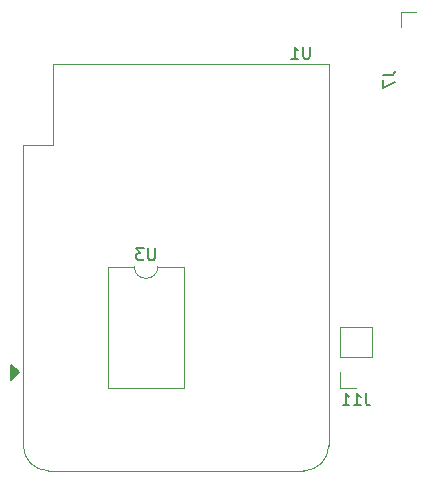
<source format=gbr>
G04 #@! TF.GenerationSoftware,KiCad,Pcbnew,5.1.4+dfsg1-1*
G04 #@! TF.CreationDate,2019-10-31T22:05:16+07:00*
G04 #@! TF.ProjectId,myFarm,6d794661-726d-42e6-9b69-6361645f7063,rev?*
G04 #@! TF.SameCoordinates,Original*
G04 #@! TF.FileFunction,Legend,Bot*
G04 #@! TF.FilePolarity,Positive*
%FSLAX46Y46*%
G04 Gerber Fmt 4.6, Leading zero omitted, Abs format (unit mm)*
G04 Created by KiCad (PCBNEW 5.1.4+dfsg1-1) date 2019-10-31 22:05:16*
%MOMM*%
%LPD*%
G04 APERTURE LIST*
%ADD10C,0.120000*%
%ADD11C,0.150000*%
G04 APERTURE END LIST*
D10*
X102810000Y-87690000D02*
X104140000Y-87690000D01*
X102810000Y-86360000D02*
X102810000Y-87690000D01*
X102810000Y-85090000D02*
X105470000Y-85090000D01*
X105470000Y-85090000D02*
X105470000Y-82490000D01*
X102810000Y-85090000D02*
X102810000Y-82490000D01*
X102810000Y-82490000D02*
X105470000Y-82490000D01*
X83125000Y-77410000D02*
X85360000Y-77410000D01*
X83125000Y-87690000D02*
X83125000Y-77410000D01*
X89595000Y-87690000D02*
X83125000Y-87690000D01*
X89595000Y-77410000D02*
X89595000Y-87690000D01*
X87360000Y-77410000D02*
X89595000Y-77410000D01*
X85360000Y-77410000D02*
G75*
G03X87360000Y-77410000I1000000J0D01*
G01*
X78510000Y-60240000D02*
X101830000Y-60240000D01*
X75970000Y-67140000D02*
X75970000Y-92570000D01*
X101830000Y-60240000D02*
X101830000Y-92570000D01*
X99710000Y-94700000D02*
X78100000Y-94700000D01*
D11*
G36*
X74930000Y-86995000D02*
G01*
X74930000Y-85725000D01*
X75565000Y-86360000D01*
X74930000Y-86995000D01*
G37*
X74930000Y-86995000D02*
X74930000Y-85725000D01*
X75565000Y-86360000D01*
X74930000Y-86995000D01*
D10*
X75970000Y-67140000D02*
X78510000Y-67140000D01*
X78510000Y-67140000D02*
X78510000Y-60240000D01*
X75970000Y-92570000D02*
G75*
G03X78100000Y-94700000I2130000J0D01*
G01*
X99700000Y-94700000D02*
G75*
G03X101830000Y-92570000I0J2130000D01*
G01*
X109220000Y-55880000D02*
X107950000Y-55880000D01*
X107950000Y-55880000D02*
X107950000Y-57150000D01*
D11*
X104949523Y-88142380D02*
X104949523Y-88856666D01*
X104997142Y-88999523D01*
X105092380Y-89094761D01*
X105235238Y-89142380D01*
X105330476Y-89142380D01*
X103949523Y-89142380D02*
X104520952Y-89142380D01*
X104235238Y-89142380D02*
X104235238Y-88142380D01*
X104330476Y-88285238D01*
X104425714Y-88380476D01*
X104520952Y-88428095D01*
X102997142Y-89142380D02*
X103568571Y-89142380D01*
X103282857Y-89142380D02*
X103282857Y-88142380D01*
X103378095Y-88285238D01*
X103473333Y-88380476D01*
X103568571Y-88428095D01*
X87121904Y-75862380D02*
X87121904Y-76671904D01*
X87074285Y-76767142D01*
X87026666Y-76814761D01*
X86931428Y-76862380D01*
X86740952Y-76862380D01*
X86645714Y-76814761D01*
X86598095Y-76767142D01*
X86550476Y-76671904D01*
X86550476Y-75862380D01*
X86169523Y-75862380D02*
X85550476Y-75862380D01*
X85883809Y-76243333D01*
X85740952Y-76243333D01*
X85645714Y-76290952D01*
X85598095Y-76338571D01*
X85550476Y-76433809D01*
X85550476Y-76671904D01*
X85598095Y-76767142D01*
X85645714Y-76814761D01*
X85740952Y-76862380D01*
X86026666Y-76862380D01*
X86121904Y-76814761D01*
X86169523Y-76767142D01*
X100231904Y-58812380D02*
X100231904Y-59621904D01*
X100184285Y-59717142D01*
X100136666Y-59764761D01*
X100041428Y-59812380D01*
X99850952Y-59812380D01*
X99755714Y-59764761D01*
X99708095Y-59717142D01*
X99660476Y-59621904D01*
X99660476Y-58812380D01*
X98660476Y-59812380D02*
X99231904Y-59812380D01*
X98946190Y-59812380D02*
X98946190Y-58812380D01*
X99041428Y-58955238D01*
X99136666Y-59050476D01*
X99231904Y-59098095D01*
X106402380Y-61201666D02*
X107116666Y-61201666D01*
X107259523Y-61154047D01*
X107354761Y-61058809D01*
X107402380Y-60915952D01*
X107402380Y-60820714D01*
X106402380Y-61582619D02*
X106402380Y-62249285D01*
X107402380Y-61820714D01*
M02*

</source>
